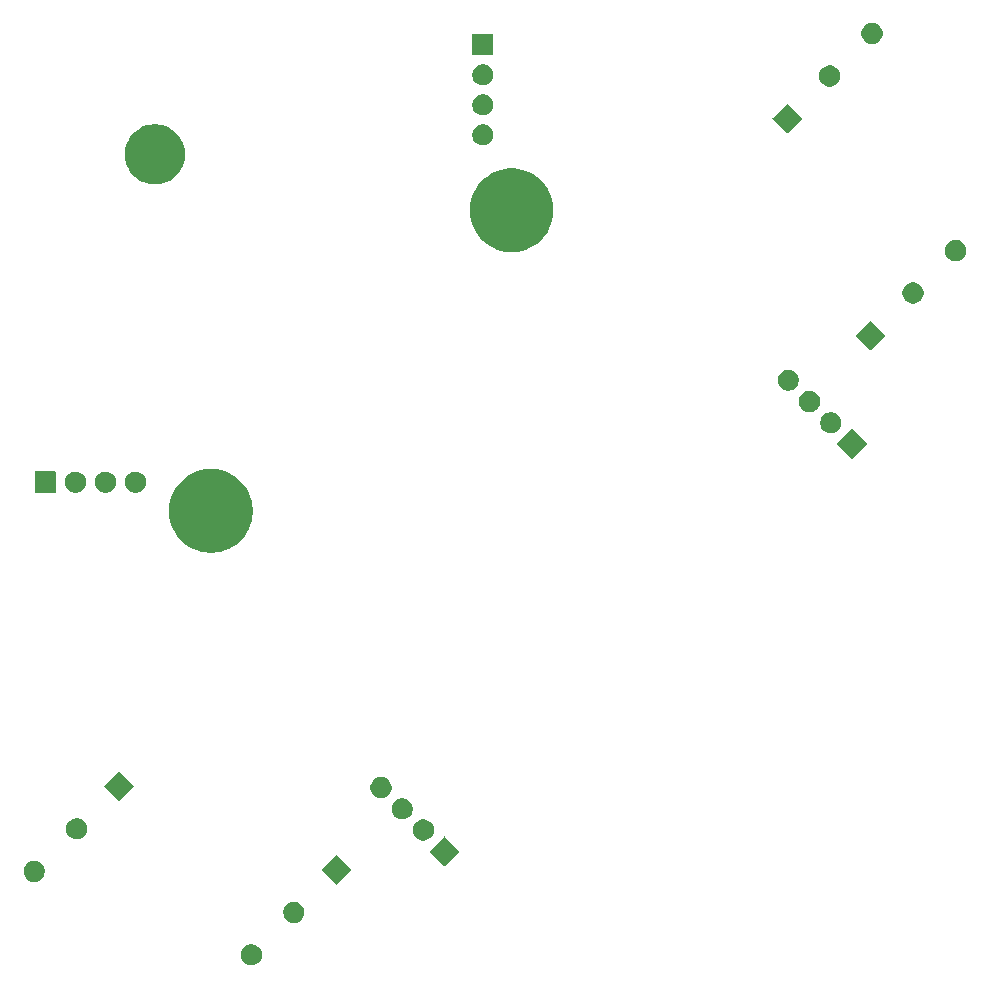
<source format=gbr>
G04 #@! TF.GenerationSoftware,KiCad,Pcbnew,9.0.2*
G04 #@! TF.CreationDate,2025-09-26T14:37:57-04:00*
G04 #@! TF.ProjectId,Trackball,54726163-6b62-4616-9c6c-2e6b69636164,rev?*
G04 #@! TF.SameCoordinates,Original*
G04 #@! TF.FileFunction,Soldermask,Top*
G04 #@! TF.FilePolarity,Negative*
%FSLAX46Y46*%
G04 Gerber Fmt 4.6, Leading zero omitted, Abs format (unit mm)*
G04 Created by KiCad (PCBNEW 9.0.2) date 2025-09-26 14:37:57*
%MOMM*%
%LPD*%
G01*
G04 APERTURE LIST*
G04 APERTURE END LIST*
G36*
X200491836Y-130477400D02*
G01*
X200655181Y-130545059D01*
X200802187Y-130643286D01*
X200927206Y-130768305D01*
X201025433Y-130915311D01*
X201093092Y-131078656D01*
X201127585Y-131252062D01*
X201127585Y-131428866D01*
X201093092Y-131602272D01*
X201025433Y-131765617D01*
X200927206Y-131912623D01*
X200802187Y-132037642D01*
X200655181Y-132135869D01*
X200491836Y-132203528D01*
X200318430Y-132238021D01*
X200141626Y-132238021D01*
X199968220Y-132203528D01*
X199804875Y-132135869D01*
X199657869Y-132037642D01*
X199532850Y-131912623D01*
X199434623Y-131765617D01*
X199366964Y-131602272D01*
X199332471Y-131428866D01*
X199332471Y-131252062D01*
X199366964Y-131078656D01*
X199434623Y-130915311D01*
X199532850Y-130768305D01*
X199657869Y-130643286D01*
X199804875Y-130545059D01*
X199968220Y-130477400D01*
X200141626Y-130442907D01*
X200318430Y-130442907D01*
X200491836Y-130477400D01*
G37*
G36*
X204083939Y-126885297D02*
G01*
X204247284Y-126952956D01*
X204394290Y-127051183D01*
X204519309Y-127176202D01*
X204617536Y-127323208D01*
X204685195Y-127486553D01*
X204719688Y-127659959D01*
X204719688Y-127836763D01*
X204685195Y-128010169D01*
X204617536Y-128173514D01*
X204519309Y-128320520D01*
X204394290Y-128445539D01*
X204247284Y-128543766D01*
X204083939Y-128611425D01*
X203910533Y-128645918D01*
X203733729Y-128645918D01*
X203560323Y-128611425D01*
X203396978Y-128543766D01*
X203249972Y-128445539D01*
X203124953Y-128320520D01*
X203026726Y-128173514D01*
X202959067Y-128010169D01*
X202924574Y-127836763D01*
X202924574Y-127659959D01*
X202959067Y-127486553D01*
X203026726Y-127323208D01*
X203124953Y-127176202D01*
X203249972Y-127051183D01*
X203396978Y-126952956D01*
X203560323Y-126885297D01*
X203733729Y-126850804D01*
X203910533Y-126850804D01*
X204083939Y-126885297D01*
G37*
G36*
X207433750Y-122905787D02*
G01*
X207450295Y-122916842D01*
X208653650Y-124120197D01*
X208664705Y-124136742D01*
X208668587Y-124156259D01*
X208664705Y-124175776D01*
X208653650Y-124192321D01*
X207450295Y-125395676D01*
X207433750Y-125406731D01*
X207414233Y-125410613D01*
X207394716Y-125406731D01*
X207378171Y-125395676D01*
X206174816Y-124192321D01*
X206163761Y-124175776D01*
X206159879Y-124156259D01*
X206163761Y-124136742D01*
X206174816Y-124120197D01*
X207378171Y-122916842D01*
X207394716Y-122905787D01*
X207414233Y-122901905D01*
X207433750Y-122905787D01*
G37*
G36*
X182107059Y-123406333D02*
G01*
X182270404Y-123473992D01*
X182417410Y-123572219D01*
X182542429Y-123697238D01*
X182640656Y-123844244D01*
X182708315Y-124007589D01*
X182742808Y-124180995D01*
X182742808Y-124357799D01*
X182708315Y-124531205D01*
X182640656Y-124694550D01*
X182542429Y-124841556D01*
X182417410Y-124966575D01*
X182270404Y-125064802D01*
X182107059Y-125132461D01*
X181933653Y-125166954D01*
X181756849Y-125166954D01*
X181583443Y-125132461D01*
X181420098Y-125064802D01*
X181273092Y-124966575D01*
X181148073Y-124841556D01*
X181049846Y-124694550D01*
X180982187Y-124531205D01*
X180947694Y-124357799D01*
X180947694Y-124180995D01*
X180982187Y-124007589D01*
X181049846Y-123844244D01*
X181148073Y-123697238D01*
X181273092Y-123572219D01*
X181420098Y-123473992D01*
X181583443Y-123406333D01*
X181756849Y-123371840D01*
X181933653Y-123371840D01*
X182107059Y-123406333D01*
G37*
G36*
X216614824Y-121317483D02*
G01*
X216631369Y-121328539D01*
X217833451Y-122530621D01*
X217844507Y-122547166D01*
X217848388Y-122566683D01*
X217844507Y-122586200D01*
X217833451Y-122602745D01*
X216631369Y-123804827D01*
X216614824Y-123815883D01*
X216595307Y-123819764D01*
X216575790Y-123815883D01*
X216559245Y-123804827D01*
X215357163Y-122602745D01*
X215346107Y-122586200D01*
X215342226Y-122566683D01*
X215346107Y-122547166D01*
X215357163Y-122530621D01*
X216221092Y-121666692D01*
X216550540Y-121337243D01*
X216550543Y-121337240D01*
X216559245Y-121328539D01*
X216575790Y-121317483D01*
X216595307Y-121313602D01*
X216614824Y-121317483D01*
G37*
G36*
X215060802Y-119908429D02*
G01*
X215223984Y-119976021D01*
X215370844Y-120074150D01*
X215495738Y-120199044D01*
X215593867Y-120345904D01*
X215661459Y-120509086D01*
X215695917Y-120682319D01*
X215695917Y-120858945D01*
X215661459Y-121032178D01*
X215593867Y-121195360D01*
X215495738Y-121342220D01*
X215370844Y-121467114D01*
X215223984Y-121565243D01*
X215060802Y-121632835D01*
X214887569Y-121667293D01*
X214710943Y-121667293D01*
X214537710Y-121632835D01*
X214374528Y-121565243D01*
X214227668Y-121467114D01*
X214102774Y-121342220D01*
X214004645Y-121195360D01*
X213937053Y-121032178D01*
X213902595Y-120858945D01*
X213902595Y-120682319D01*
X213937053Y-120509086D01*
X214004645Y-120345904D01*
X214102774Y-120199044D01*
X214227668Y-120074150D01*
X214374528Y-119976021D01*
X214537710Y-119908429D01*
X214710943Y-119873971D01*
X214887569Y-119873971D01*
X215060802Y-119908429D01*
G37*
G36*
X185699162Y-119814230D02*
G01*
X185862507Y-119881889D01*
X186009513Y-119980116D01*
X186134532Y-120105135D01*
X186232759Y-120252141D01*
X186300418Y-120415486D01*
X186334911Y-120588892D01*
X186334911Y-120765696D01*
X186300418Y-120939102D01*
X186232759Y-121102447D01*
X186134532Y-121249453D01*
X186009513Y-121374472D01*
X185862507Y-121472699D01*
X185699162Y-121540358D01*
X185525756Y-121574851D01*
X185348952Y-121574851D01*
X185175546Y-121540358D01*
X185012201Y-121472699D01*
X184865195Y-121374472D01*
X184740176Y-121249453D01*
X184641949Y-121102447D01*
X184574290Y-120939102D01*
X184539797Y-120765696D01*
X184539797Y-120588892D01*
X184574290Y-120415486D01*
X184641949Y-120252141D01*
X184740176Y-120105135D01*
X184865195Y-119980116D01*
X185012201Y-119881889D01*
X185175546Y-119814230D01*
X185348952Y-119779737D01*
X185525756Y-119779737D01*
X185699162Y-119814230D01*
G37*
G36*
X213264751Y-118112378D02*
G01*
X213427933Y-118179970D01*
X213574793Y-118278099D01*
X213699687Y-118402993D01*
X213797816Y-118549853D01*
X213865408Y-118713035D01*
X213899866Y-118886268D01*
X213899866Y-119062894D01*
X213865408Y-119236127D01*
X213797816Y-119399309D01*
X213699687Y-119546169D01*
X213574793Y-119671063D01*
X213427933Y-119769192D01*
X213264751Y-119836784D01*
X213091518Y-119871242D01*
X212914892Y-119871242D01*
X212741659Y-119836784D01*
X212578477Y-119769192D01*
X212431617Y-119671063D01*
X212306723Y-119546169D01*
X212208594Y-119399309D01*
X212141002Y-119236127D01*
X212106544Y-119062894D01*
X212106544Y-118886268D01*
X212141002Y-118713035D01*
X212208594Y-118549853D01*
X212306723Y-118402993D01*
X212431617Y-118278099D01*
X212578477Y-118179970D01*
X212741659Y-118112378D01*
X212914892Y-118077920D01*
X213091518Y-118077920D01*
X213264751Y-118112378D01*
G37*
G36*
X189048973Y-115834720D02*
G01*
X189065518Y-115845775D01*
X190268873Y-117049130D01*
X190279928Y-117065675D01*
X190283810Y-117085192D01*
X190279928Y-117104709D01*
X190268873Y-117121254D01*
X189065518Y-118324609D01*
X189048973Y-118335664D01*
X189029456Y-118339546D01*
X189009939Y-118335664D01*
X188993394Y-118324609D01*
X187790039Y-117121254D01*
X187778984Y-117104709D01*
X187775102Y-117085192D01*
X187778984Y-117065675D01*
X187790039Y-117049130D01*
X188993394Y-115845775D01*
X189009939Y-115834720D01*
X189029456Y-115830838D01*
X189048973Y-115834720D01*
G37*
G36*
X211468699Y-116316326D02*
G01*
X211631881Y-116383918D01*
X211778741Y-116482047D01*
X211903635Y-116606941D01*
X212001764Y-116753801D01*
X212069356Y-116916983D01*
X212103814Y-117090216D01*
X212103814Y-117266842D01*
X212069356Y-117440075D01*
X212001764Y-117603257D01*
X211903635Y-117750117D01*
X211778741Y-117875011D01*
X211631881Y-117973140D01*
X211468699Y-118040732D01*
X211295466Y-118075190D01*
X211118840Y-118075190D01*
X210945607Y-118040732D01*
X210782425Y-117973140D01*
X210635565Y-117875011D01*
X210510671Y-117750117D01*
X210412542Y-117603257D01*
X210344950Y-117440075D01*
X210310492Y-117266842D01*
X210310492Y-117090216D01*
X210344950Y-116916983D01*
X210412542Y-116753801D01*
X210510671Y-116606941D01*
X210635565Y-116482047D01*
X210782425Y-116383918D01*
X210945607Y-116316326D01*
X211118840Y-116281868D01*
X211295466Y-116281868D01*
X211468699Y-116316326D01*
G37*
G36*
X197328671Y-90238102D02*
G01*
X197670454Y-90306087D01*
X198003927Y-90407245D01*
X198325879Y-90540602D01*
X198633210Y-90704874D01*
X198922959Y-90898478D01*
X199192337Y-91119551D01*
X199438748Y-91365962D01*
X199659821Y-91635340D01*
X199853425Y-91925089D01*
X200017697Y-92232420D01*
X200151054Y-92554372D01*
X200252212Y-92887845D01*
X200320197Y-93229628D01*
X200354354Y-93576429D01*
X200354354Y-93924907D01*
X200320197Y-94271708D01*
X200252212Y-94613491D01*
X200151054Y-94946964D01*
X200017697Y-95268916D01*
X199853425Y-95576247D01*
X199659821Y-95865996D01*
X199438748Y-96135374D01*
X199192337Y-96381785D01*
X198922959Y-96602858D01*
X198633210Y-96796462D01*
X198325879Y-96960734D01*
X198003927Y-97094091D01*
X197670454Y-97195249D01*
X197328671Y-97263234D01*
X196981870Y-97297391D01*
X196633392Y-97297391D01*
X196286591Y-97263234D01*
X195944808Y-97195249D01*
X195611335Y-97094091D01*
X195289383Y-96960734D01*
X194982052Y-96796462D01*
X194692303Y-96602858D01*
X194422925Y-96381785D01*
X194176514Y-96135374D01*
X193955441Y-95865996D01*
X193761837Y-95576247D01*
X193597565Y-95268916D01*
X193464208Y-94946964D01*
X193363050Y-94613491D01*
X193295065Y-94271708D01*
X193260908Y-93924907D01*
X193260908Y-93576429D01*
X193295065Y-93229628D01*
X193363050Y-92887845D01*
X193464208Y-92554372D01*
X193597565Y-92232420D01*
X193761837Y-91925089D01*
X193955441Y-91635340D01*
X194176514Y-91365962D01*
X194422925Y-91119551D01*
X194692303Y-90898478D01*
X194982052Y-90704874D01*
X195289383Y-90540602D01*
X195611335Y-90407245D01*
X195944808Y-90306087D01*
X196286591Y-90238102D01*
X196633392Y-90203945D01*
X196981870Y-90203945D01*
X197328671Y-90238102D01*
G37*
G36*
X183667876Y-90421103D02*
G01*
X183684421Y-90432159D01*
X183695477Y-90448704D01*
X183699359Y-90468221D01*
X183699359Y-92168221D01*
X183695477Y-92187738D01*
X183684421Y-92204283D01*
X183667876Y-92215339D01*
X183648359Y-92219221D01*
X181948359Y-92219221D01*
X181928842Y-92215339D01*
X181912297Y-92204283D01*
X181901241Y-92187738D01*
X181897359Y-92168221D01*
X181897359Y-90468221D01*
X181901241Y-90448704D01*
X181912297Y-90432159D01*
X181928842Y-90421103D01*
X181948359Y-90417221D01*
X183648359Y-90417221D01*
X183667876Y-90421103D01*
G37*
G36*
X185599905Y-90456018D02*
G01*
X185763087Y-90523610D01*
X185909947Y-90621739D01*
X186034841Y-90746633D01*
X186132970Y-90893493D01*
X186200562Y-91056675D01*
X186235020Y-91229908D01*
X186235020Y-91406534D01*
X186200562Y-91579767D01*
X186132970Y-91742949D01*
X186034841Y-91889809D01*
X185909947Y-92014703D01*
X185763087Y-92112832D01*
X185599905Y-92180424D01*
X185426672Y-92214882D01*
X185250046Y-92214882D01*
X185076813Y-92180424D01*
X184913631Y-92112832D01*
X184766771Y-92014703D01*
X184641877Y-91889809D01*
X184543748Y-91742949D01*
X184476156Y-91579767D01*
X184441698Y-91406534D01*
X184441698Y-91229908D01*
X184476156Y-91056675D01*
X184543748Y-90893493D01*
X184641877Y-90746633D01*
X184766771Y-90621739D01*
X184913631Y-90523610D01*
X185076813Y-90456018D01*
X185250046Y-90421560D01*
X185426672Y-90421560D01*
X185599905Y-90456018D01*
G37*
G36*
X188139904Y-90456018D02*
G01*
X188303086Y-90523610D01*
X188449946Y-90621739D01*
X188574840Y-90746633D01*
X188672969Y-90893493D01*
X188740561Y-91056675D01*
X188775019Y-91229908D01*
X188775019Y-91406534D01*
X188740561Y-91579767D01*
X188672969Y-91742949D01*
X188574840Y-91889809D01*
X188449946Y-92014703D01*
X188303086Y-92112832D01*
X188139904Y-92180424D01*
X187966671Y-92214882D01*
X187790045Y-92214882D01*
X187616812Y-92180424D01*
X187453630Y-92112832D01*
X187306770Y-92014703D01*
X187181876Y-91889809D01*
X187083747Y-91742949D01*
X187016155Y-91579767D01*
X186981697Y-91406534D01*
X186981697Y-91229908D01*
X187016155Y-91056675D01*
X187083747Y-90893493D01*
X187181876Y-90746633D01*
X187306770Y-90621739D01*
X187453630Y-90523610D01*
X187616812Y-90456018D01*
X187790045Y-90421560D01*
X187966671Y-90421560D01*
X188139904Y-90456018D01*
G37*
G36*
X190679905Y-90456018D02*
G01*
X190843087Y-90523610D01*
X190989947Y-90621739D01*
X191114841Y-90746633D01*
X191212970Y-90893493D01*
X191280562Y-91056675D01*
X191315020Y-91229908D01*
X191315020Y-91406534D01*
X191280562Y-91579767D01*
X191212970Y-91742949D01*
X191114841Y-91889809D01*
X190989947Y-92014703D01*
X190843087Y-92112832D01*
X190679905Y-92180424D01*
X190506672Y-92214882D01*
X190330046Y-92214882D01*
X190156813Y-92180424D01*
X189993631Y-92112832D01*
X189846771Y-92014703D01*
X189721877Y-91889809D01*
X189623748Y-91742949D01*
X189556156Y-91579767D01*
X189521698Y-91406534D01*
X189521698Y-91229908D01*
X189556156Y-91056675D01*
X189623748Y-90893493D01*
X189721877Y-90746633D01*
X189846771Y-90621739D01*
X189993631Y-90523610D01*
X190156813Y-90456018D01*
X190330046Y-90421560D01*
X190506672Y-90421560D01*
X190679905Y-90456018D01*
G37*
G36*
X251099008Y-86833300D02*
G01*
X251115553Y-86844356D01*
X252317635Y-88046438D01*
X252328691Y-88062983D01*
X252332572Y-88082500D01*
X252328691Y-88102017D01*
X252317635Y-88118562D01*
X251115553Y-89320644D01*
X251099008Y-89331700D01*
X251079491Y-89335581D01*
X251059974Y-89331700D01*
X251043429Y-89320644D01*
X249841347Y-88118562D01*
X249830291Y-88102017D01*
X249826410Y-88082500D01*
X249830291Y-88062983D01*
X249841347Y-88046438D01*
X250705276Y-87182509D01*
X251034724Y-86853060D01*
X251034727Y-86853057D01*
X251043429Y-86844356D01*
X251059974Y-86833300D01*
X251079491Y-86829419D01*
X251099008Y-86833300D01*
G37*
G36*
X249544986Y-85424246D02*
G01*
X249708168Y-85491838D01*
X249855028Y-85589967D01*
X249979922Y-85714861D01*
X250078051Y-85861721D01*
X250145643Y-86024903D01*
X250180101Y-86198136D01*
X250180101Y-86374762D01*
X250145643Y-86547995D01*
X250078051Y-86711177D01*
X249979922Y-86858037D01*
X249855028Y-86982931D01*
X249708168Y-87081060D01*
X249544986Y-87148652D01*
X249371753Y-87183110D01*
X249195127Y-87183110D01*
X249021894Y-87148652D01*
X248858712Y-87081060D01*
X248711852Y-86982931D01*
X248586958Y-86858037D01*
X248488829Y-86711177D01*
X248421237Y-86547995D01*
X248386779Y-86374762D01*
X248386779Y-86198136D01*
X248421237Y-86024903D01*
X248488829Y-85861721D01*
X248586958Y-85714861D01*
X248711852Y-85589967D01*
X248858712Y-85491838D01*
X249021894Y-85424246D01*
X249195127Y-85389788D01*
X249371753Y-85389788D01*
X249544986Y-85424246D01*
G37*
G36*
X247748935Y-83628195D02*
G01*
X247912117Y-83695787D01*
X248058977Y-83793916D01*
X248183871Y-83918810D01*
X248282000Y-84065670D01*
X248349592Y-84228852D01*
X248384050Y-84402085D01*
X248384050Y-84578711D01*
X248349592Y-84751944D01*
X248282000Y-84915126D01*
X248183871Y-85061986D01*
X248058977Y-85186880D01*
X247912117Y-85285009D01*
X247748935Y-85352601D01*
X247575702Y-85387059D01*
X247399076Y-85387059D01*
X247225843Y-85352601D01*
X247062661Y-85285009D01*
X246915801Y-85186880D01*
X246790907Y-85061986D01*
X246692778Y-84915126D01*
X246625186Y-84751944D01*
X246590728Y-84578711D01*
X246590728Y-84402085D01*
X246625186Y-84228852D01*
X246692778Y-84065670D01*
X246790907Y-83918810D01*
X246915801Y-83793916D01*
X247062661Y-83695787D01*
X247225843Y-83628195D01*
X247399076Y-83593737D01*
X247575702Y-83593737D01*
X247748935Y-83628195D01*
G37*
G36*
X245952883Y-81832143D02*
G01*
X246116065Y-81899735D01*
X246262925Y-81997864D01*
X246387819Y-82122758D01*
X246485948Y-82269618D01*
X246553540Y-82432800D01*
X246587998Y-82606033D01*
X246587998Y-82782659D01*
X246553540Y-82955892D01*
X246485948Y-83119074D01*
X246387819Y-83265934D01*
X246262925Y-83390828D01*
X246116065Y-83488957D01*
X245952883Y-83556549D01*
X245779650Y-83591007D01*
X245603024Y-83591007D01*
X245429791Y-83556549D01*
X245266609Y-83488957D01*
X245119749Y-83390828D01*
X244994855Y-83265934D01*
X244896726Y-83119074D01*
X244829134Y-82955892D01*
X244794676Y-82782659D01*
X244794676Y-82606033D01*
X244829134Y-82432800D01*
X244896726Y-82269618D01*
X244994855Y-82122758D01*
X245119749Y-81997864D01*
X245266609Y-81899735D01*
X245429791Y-81832143D01*
X245603024Y-81797685D01*
X245779650Y-81797685D01*
X245952883Y-81832143D01*
G37*
G36*
X252688584Y-77650953D02*
G01*
X252705129Y-77662008D01*
X253908484Y-78865363D01*
X253919539Y-78881908D01*
X253923421Y-78901425D01*
X253919539Y-78920942D01*
X253908484Y-78937487D01*
X252705129Y-80140842D01*
X252688584Y-80151897D01*
X252669067Y-80155779D01*
X252649550Y-80151897D01*
X252633005Y-80140842D01*
X251429650Y-78937487D01*
X251418595Y-78920942D01*
X251414713Y-78901425D01*
X251418595Y-78881908D01*
X251429650Y-78865363D01*
X252633005Y-77662008D01*
X252649550Y-77650953D01*
X252669067Y-77647071D01*
X252688584Y-77650953D01*
G37*
G36*
X256522977Y-74446259D02*
G01*
X256686322Y-74513918D01*
X256833328Y-74612145D01*
X256958347Y-74737164D01*
X257056574Y-74884170D01*
X257124233Y-75047515D01*
X257158726Y-75220921D01*
X257158726Y-75397725D01*
X257124233Y-75571131D01*
X257056574Y-75734476D01*
X256958347Y-75881482D01*
X256833328Y-76006501D01*
X256686322Y-76104728D01*
X256522977Y-76172387D01*
X256349571Y-76206880D01*
X256172767Y-76206880D01*
X255999361Y-76172387D01*
X255836016Y-76104728D01*
X255689010Y-76006501D01*
X255563991Y-75881482D01*
X255465764Y-75734476D01*
X255398105Y-75571131D01*
X255363612Y-75397725D01*
X255363612Y-75220921D01*
X255398105Y-75047515D01*
X255465764Y-74884170D01*
X255563991Y-74737164D01*
X255689010Y-74612145D01*
X255836016Y-74513918D01*
X255999361Y-74446259D01*
X256172767Y-74411766D01*
X256349571Y-74411766D01*
X256522977Y-74446259D01*
G37*
G36*
X260115080Y-70854156D02*
G01*
X260278425Y-70921815D01*
X260425431Y-71020042D01*
X260550450Y-71145061D01*
X260648677Y-71292067D01*
X260716336Y-71455412D01*
X260750829Y-71628818D01*
X260750829Y-71805622D01*
X260716336Y-71979028D01*
X260648677Y-72142373D01*
X260550450Y-72289379D01*
X260425431Y-72414398D01*
X260278425Y-72512625D01*
X260115080Y-72580284D01*
X259941674Y-72614777D01*
X259764870Y-72614777D01*
X259591464Y-72580284D01*
X259428119Y-72512625D01*
X259281113Y-72414398D01*
X259156094Y-72289379D01*
X259057867Y-72142373D01*
X258990208Y-71979028D01*
X258955715Y-71805622D01*
X258955715Y-71628818D01*
X258990208Y-71455412D01*
X259057867Y-71292067D01*
X259156094Y-71145061D01*
X259281113Y-71020042D01*
X259428119Y-70921815D01*
X259591464Y-70854156D01*
X259764870Y-70819663D01*
X259941674Y-70819663D01*
X260115080Y-70854156D01*
G37*
G36*
X222784515Y-64782258D02*
G01*
X223126298Y-64850243D01*
X223459771Y-64951401D01*
X223781723Y-65084758D01*
X224089054Y-65249030D01*
X224378803Y-65442634D01*
X224648181Y-65663707D01*
X224894592Y-65910118D01*
X225115665Y-66179496D01*
X225309269Y-66469245D01*
X225473541Y-66776576D01*
X225606898Y-67098528D01*
X225708056Y-67432001D01*
X225776041Y-67773784D01*
X225810198Y-68120585D01*
X225810198Y-68469063D01*
X225776041Y-68815864D01*
X225708056Y-69157647D01*
X225606898Y-69491120D01*
X225473541Y-69813072D01*
X225309269Y-70120403D01*
X225115665Y-70410152D01*
X224894592Y-70679530D01*
X224648181Y-70925941D01*
X224378803Y-71147014D01*
X224089054Y-71340618D01*
X223781723Y-71504890D01*
X223459771Y-71638247D01*
X223126298Y-71739405D01*
X222784515Y-71807390D01*
X222437714Y-71841547D01*
X222089236Y-71841547D01*
X221742435Y-71807390D01*
X221400652Y-71739405D01*
X221067179Y-71638247D01*
X220745227Y-71504890D01*
X220437896Y-71340618D01*
X220148147Y-71147014D01*
X219878769Y-70925941D01*
X219632358Y-70679530D01*
X219411285Y-70410152D01*
X219217681Y-70120403D01*
X219053409Y-69813072D01*
X218920052Y-69491120D01*
X218818894Y-69157647D01*
X218750909Y-68815864D01*
X218716752Y-68469063D01*
X218716752Y-68120585D01*
X218750909Y-67773784D01*
X218818894Y-67432001D01*
X218920052Y-67098528D01*
X219053409Y-66776576D01*
X219217681Y-66469245D01*
X219411285Y-66179496D01*
X219632358Y-65910118D01*
X219878769Y-65663707D01*
X220148147Y-65442634D01*
X220437896Y-65249030D01*
X220745227Y-65084758D01*
X221067179Y-64951401D01*
X221400652Y-64850243D01*
X221742435Y-64782258D01*
X222089236Y-64748101D01*
X222437714Y-64748101D01*
X222784515Y-64782258D01*
G37*
G36*
X192497324Y-61042251D02*
G01*
X192776223Y-61105908D01*
X193046241Y-61200391D01*
X193303983Y-61324513D01*
X193546206Y-61476712D01*
X193769866Y-61655075D01*
X193972149Y-61857358D01*
X194150512Y-62081018D01*
X194302711Y-62323241D01*
X194426833Y-62580983D01*
X194521316Y-62851001D01*
X194584973Y-63129900D01*
X194617003Y-63414172D01*
X194617003Y-63700244D01*
X194584973Y-63984516D01*
X194521316Y-64263415D01*
X194426833Y-64533433D01*
X194302711Y-64791175D01*
X194150512Y-65033398D01*
X193972149Y-65257058D01*
X193769866Y-65459341D01*
X193546206Y-65637704D01*
X193303983Y-65789903D01*
X193046241Y-65914025D01*
X192776223Y-66008508D01*
X192497324Y-66072165D01*
X192213052Y-66104195D01*
X191926980Y-66104195D01*
X191642708Y-66072165D01*
X191363809Y-66008508D01*
X191093791Y-65914025D01*
X190836049Y-65789903D01*
X190593826Y-65637704D01*
X190370166Y-65459341D01*
X190167883Y-65257058D01*
X189989520Y-65033398D01*
X189837321Y-64791175D01*
X189713199Y-64533433D01*
X189618716Y-64263415D01*
X189555059Y-63984516D01*
X189523029Y-63700244D01*
X189523029Y-63414172D01*
X189555059Y-63129900D01*
X189618716Y-62851001D01*
X189713199Y-62580983D01*
X189837321Y-62323241D01*
X189989520Y-62081018D01*
X190167883Y-61857358D01*
X190370166Y-61655075D01*
X190593826Y-61476712D01*
X190836049Y-61324513D01*
X191093791Y-61200391D01*
X191363809Y-61105908D01*
X191642708Y-61042251D01*
X191926980Y-61010221D01*
X192213052Y-61010221D01*
X192497324Y-61042251D01*
G37*
G36*
X220085503Y-61050420D02*
G01*
X220248685Y-61118012D01*
X220395545Y-61216141D01*
X220520439Y-61341035D01*
X220618568Y-61487895D01*
X220686160Y-61651077D01*
X220720618Y-61824310D01*
X220720618Y-62000936D01*
X220686160Y-62174169D01*
X220618568Y-62337351D01*
X220520439Y-62484211D01*
X220395545Y-62609105D01*
X220248685Y-62707234D01*
X220085503Y-62774826D01*
X219912270Y-62809284D01*
X219735644Y-62809284D01*
X219562411Y-62774826D01*
X219399229Y-62707234D01*
X219252369Y-62609105D01*
X219127475Y-62484211D01*
X219029346Y-62337351D01*
X218961754Y-62174169D01*
X218927296Y-62000936D01*
X218927296Y-61824310D01*
X218961754Y-61651077D01*
X219029346Y-61487895D01*
X219127475Y-61341035D01*
X219252369Y-61216141D01*
X219399229Y-61118012D01*
X219562411Y-61050420D01*
X219735644Y-61015962D01*
X219912270Y-61015962D01*
X220085503Y-61050420D01*
G37*
G36*
X245617516Y-59266177D02*
G01*
X245634061Y-59277232D01*
X246837416Y-60480587D01*
X246848471Y-60497132D01*
X246852353Y-60516649D01*
X246848471Y-60536166D01*
X246837416Y-60552711D01*
X245634061Y-61756066D01*
X245617516Y-61767121D01*
X245597999Y-61771003D01*
X245578482Y-61767121D01*
X245561937Y-61756066D01*
X244358582Y-60552711D01*
X244347527Y-60536166D01*
X244343645Y-60516649D01*
X244347527Y-60497132D01*
X244358582Y-60480587D01*
X245561937Y-59277232D01*
X245578482Y-59266177D01*
X245597999Y-59262295D01*
X245617516Y-59266177D01*
G37*
G36*
X220085503Y-58510419D02*
G01*
X220248685Y-58578011D01*
X220395545Y-58676140D01*
X220520439Y-58801034D01*
X220618568Y-58947894D01*
X220686160Y-59111076D01*
X220720618Y-59284309D01*
X220720618Y-59460935D01*
X220686160Y-59634168D01*
X220618568Y-59797350D01*
X220520439Y-59944210D01*
X220395545Y-60069104D01*
X220248685Y-60167233D01*
X220085503Y-60234825D01*
X219912270Y-60269283D01*
X219735644Y-60269283D01*
X219562411Y-60234825D01*
X219399229Y-60167233D01*
X219252369Y-60069104D01*
X219127475Y-59944210D01*
X219029346Y-59797350D01*
X218961754Y-59634168D01*
X218927296Y-59460935D01*
X218927296Y-59284309D01*
X218961754Y-59111076D01*
X219029346Y-58947894D01*
X219127475Y-58801034D01*
X219252369Y-58676140D01*
X219399229Y-58578011D01*
X219562411Y-58510419D01*
X219735644Y-58475961D01*
X219912270Y-58475961D01*
X220085503Y-58510419D01*
G37*
G36*
X249451909Y-56061483D02*
G01*
X249615254Y-56129142D01*
X249762260Y-56227369D01*
X249887279Y-56352388D01*
X249985506Y-56499394D01*
X250053165Y-56662739D01*
X250087658Y-56836145D01*
X250087658Y-57012949D01*
X250053165Y-57186355D01*
X249985506Y-57349700D01*
X249887279Y-57496706D01*
X249762260Y-57621725D01*
X249615254Y-57719952D01*
X249451909Y-57787611D01*
X249278503Y-57822104D01*
X249101699Y-57822104D01*
X248928293Y-57787611D01*
X248764948Y-57719952D01*
X248617942Y-57621725D01*
X248492923Y-57496706D01*
X248394696Y-57349700D01*
X248327037Y-57186355D01*
X248292544Y-57012949D01*
X248292544Y-56836145D01*
X248327037Y-56662739D01*
X248394696Y-56499394D01*
X248492923Y-56352388D01*
X248617942Y-56227369D01*
X248764948Y-56129142D01*
X248928293Y-56061483D01*
X249101699Y-56026990D01*
X249278503Y-56026990D01*
X249451909Y-56061483D01*
G37*
G36*
X220085503Y-55970420D02*
G01*
X220248685Y-56038012D01*
X220395545Y-56136141D01*
X220520439Y-56261035D01*
X220618568Y-56407895D01*
X220686160Y-56571077D01*
X220720618Y-56744310D01*
X220720618Y-56920936D01*
X220686160Y-57094169D01*
X220618568Y-57257351D01*
X220520439Y-57404211D01*
X220395545Y-57529105D01*
X220248685Y-57627234D01*
X220085503Y-57694826D01*
X219912270Y-57729284D01*
X219735644Y-57729284D01*
X219562411Y-57694826D01*
X219399229Y-57627234D01*
X219252369Y-57529105D01*
X219127475Y-57404211D01*
X219029346Y-57257351D01*
X218961754Y-57094169D01*
X218927296Y-56920936D01*
X218927296Y-56744310D01*
X218961754Y-56571077D01*
X219029346Y-56407895D01*
X219127475Y-56261035D01*
X219252369Y-56136141D01*
X219399229Y-56038012D01*
X219562411Y-55970420D01*
X219735644Y-55935962D01*
X219912270Y-55935962D01*
X220085503Y-55970420D01*
G37*
G36*
X220693474Y-53395505D02*
G01*
X220710019Y-53406561D01*
X220721075Y-53423106D01*
X220724957Y-53442623D01*
X220724957Y-55142623D01*
X220721075Y-55162140D01*
X220710019Y-55178685D01*
X220693474Y-55189741D01*
X220673957Y-55193623D01*
X218973957Y-55193623D01*
X218954440Y-55189741D01*
X218937895Y-55178685D01*
X218926839Y-55162140D01*
X218922957Y-55142623D01*
X218922957Y-53442623D01*
X218926839Y-53423106D01*
X218937895Y-53406561D01*
X218954440Y-53395505D01*
X218973957Y-53391623D01*
X220673957Y-53391623D01*
X220693474Y-53395505D01*
G37*
G36*
X253044012Y-52469380D02*
G01*
X253207357Y-52537039D01*
X253354363Y-52635266D01*
X253479382Y-52760285D01*
X253577609Y-52907291D01*
X253645268Y-53070636D01*
X253679761Y-53244042D01*
X253679761Y-53420846D01*
X253645268Y-53594252D01*
X253577609Y-53757597D01*
X253479382Y-53904603D01*
X253354363Y-54029622D01*
X253207357Y-54127849D01*
X253044012Y-54195508D01*
X252870606Y-54230001D01*
X252693802Y-54230001D01*
X252520396Y-54195508D01*
X252357051Y-54127849D01*
X252210045Y-54029622D01*
X252085026Y-53904603D01*
X251986799Y-53757597D01*
X251919140Y-53594252D01*
X251884647Y-53420846D01*
X251884647Y-53244042D01*
X251919140Y-53070636D01*
X251986799Y-52907291D01*
X252085026Y-52760285D01*
X252210045Y-52635266D01*
X252357051Y-52537039D01*
X252520396Y-52469380D01*
X252693802Y-52434887D01*
X252870606Y-52434887D01*
X253044012Y-52469380D01*
G37*
M02*

</source>
